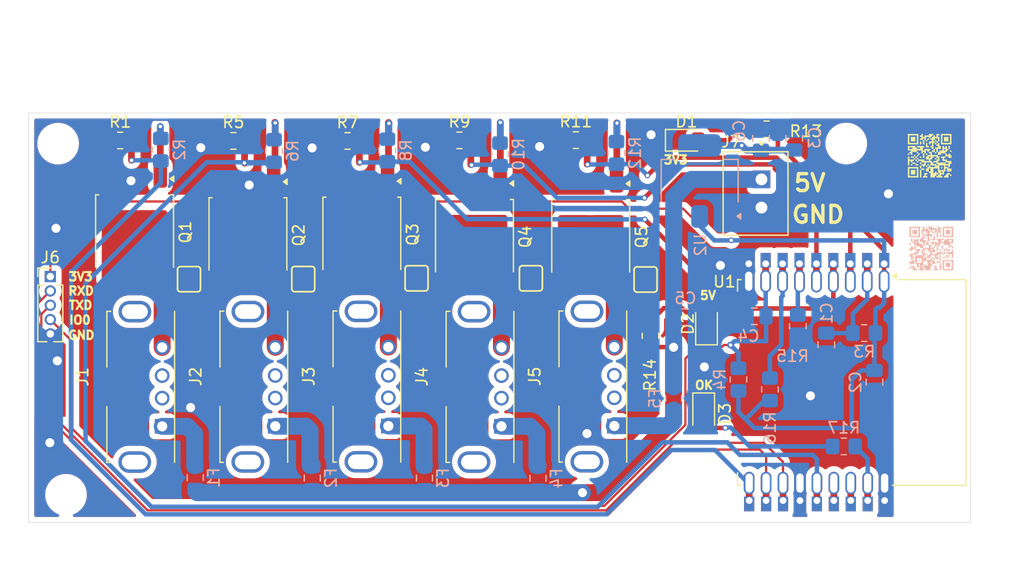
<source format=kicad_pcb>
(kicad_pcb (version 20240108) (generator "pcbnew") (generator_version "8.0")
  (layers (0 "F.Cu" signal) (31 "B.Cu" signal) (34 "B.Paste" user) (35 "F.Paste" user) (36 "B.SilkS" user "B.Silkscreen") (37 "F.SilkS" user "F.Silkscreen") (38 "B.Mask" user) (39 "F.Mask" user) (44 "Edge.Cuts" user))
  (net 0 "")
  (net 2 "5V")
  (net 3 "EN")
  (net 4 "3V3")
  (net 5 "GND")
  (net 10 "IO0")
  (net 11 "unconnected-(J2-D--Pad2)")
  (net 13 "GND1")
  (net 14 "unconnected-(J3-D+-Pad3)")
  (net 15 "GND2")
  (net 17 "unconnected-(J4-D+-Pad3)")
  (net 18 "unconnected-(J4-D--Pad2)")
  (net 19 "GND3")
  (net 21 "GND4")
  (net 22 "unconnected-(J5-D+-Pad3)")
  (net 24 "GND5")
  (net 26 "5V1")
  (net 27 "5V2")
  (net 28 "Net-(Q1-G)")
  (net 29 "Net-(Q2-G)")
  (net 30 "Net-(Q3-G)")
  (net 31 "Net-(Q4-G)")
  (net 32 "Net-(Q5-G)")
  (net 33 "IO4")
  (net 34 "IO5")
  (net 35 "IO12")
  (net 36 "IO13")
  (net 37 "IO14")
  (net 38 "unconnected-(U1-TOUT-Pad16)")
  (net 39 "TXD")
  (net 40 "unconnected-(U1-RST-Pad15)")
  (net 41 "RXD")
  (net 42 "5V3")
  (net 43 "5V4")
  (net 44 "5V5")
  (net 45 "Net-(D1-A)")
  (net 46 "Net-(D2-A)")
  (net 47 "Net-(D3-A)")
  (net 48 "IO15")
  (net 49 "IO2")
  (net 50 "IO16")
  (footprint "MountingHole:MountingHole_3.2mm_M3" (layer "F.Cu") (at 103.89 97.48)
    (property "Reference" "H3")
    (property "Value" "MountingHole")
  )
  (footprint "Symbols:SMT-JUMPER_2_NO_SILK" (layer "F.Cu") (at 114.79 78.36 -90)
    (property "Reference" "JP1")
    (property "Value" "~")
  )
  (footprint "MountingHole:MountingHole_3.2mm_M3" (layer "F.Cu") (at 173.02 66.33)
    (property "Reference" "H1")
    (property "Value" "MountingHole")
  )
  (footprint "Resistor_SMD:R_0805_2012Metric_Pad1.20x1.40mm_HandSolder" (layer "F.Cu") (at 118.72 66.1)
    (property "Reference" "R5")
    (property "Value" "10KOHM-0805-1_10W-1%")
  )
  (footprint "Resistor_SMD:R_0805_2012Metric_Pad1.20x1.40mm_HandSolder" (layer "F.Cu") (at 155.68 83.38 90)
    (property "Reference" "R14")
    (property "Value" "470OHM-0805-1_10W-1%")
  )
  (footprint "Symbols:QR" (layer "F.Cu") (at 180.41 67.41)
    (property "Reference" "G***" (hide yes))
    (property "Value" "LOGO" (hide yes))
  )
  (footprint "Symbols:JST_B2B-XH-A" (layer "F.Cu") (at 164.985 70.76 90)
    (property "Reference" "J7")
    (property "Value" "Power_In")
  )
  (footprint "LED_SMD:LED_0805_2012Metric_Pad1.15x1.40mm_HandSolder" (layer "F.Cu") (at 158.86 66.04)
    (property "Reference" "D1")
    (property "Value" "Blue")
  )
  (footprint "Symbols:SMT-JUMPER_2_NO_SILK" (layer "F.Cu") (at 134.95 78.2836 -90)
    (property "Reference" "JP3")
    (property "Value" "~")
  )
  (footprint "Package_TO_SOT_SMD:TO-252-2" (layer "F.Cu") (at 120.01 74.45 -90)
    (property "Reference" "Q2")
    (property "Value" "LMAK15N10")
  )
  (footprint "Resistor_SMD:R_0805_2012Metric_Pad1.20x1.40mm_HandSolder" (layer "F.Cu") (at 128.84 66.1)
    (property "Reference" "R7")
    (property "Value" "10KOHM-0805-1_10W-1%")
  )
  (footprint "Symbols:SMT-JUMPER_2_NO_SILK" (layer "F.Cu") (at 155.24 78.39 -90)
    (property "Reference" "JP5")
    (property "Value" "~")
  )
  (footprint "Symbols:USB_11_Aliexpress" (layer "F.Cu") (at 132.45 91.38 90)
    (property "Reference" "J3")
    (property "Value" "USB_A")
  )
  (footprint "Package_TO_SOT_SMD:TO-252-2" (layer "F.Cu") (at 140.08 74.6 -90)
    (property "Reference" "Q4")
    (property "Value" "LMAK15N10")
  )
  (footprint "Resistor_SMD:R_0805_2012Metric_Pad1.20x1.40mm_HandSolder" (layer "F.Cu") (at 149.06 66.03)
    (property "Reference" "R11")
    (property "Value" "10KOHM-0805-1_10W-1%")
  )
  (footprint "Resistor_SMD:R_0805_2012Metric_Pad1.20x1.40mm_HandSolder" (layer "F.Cu") (at 108.69 66.06)
    (property "Reference" "R1")
    (property "Value" "10KOHM-0805-1_10W-1%")
  )
  (footprint "Symbols:USB_11_Aliexpress" (layer "F.Cu") (at 152.47 91.38 90)
    (property "Reference" "J5")
    (property "Value" "USB_A")
  )
  (footprint "Connector_PinHeader_1.27mm:PinHeader_1x05_P1.27mm_Vertical" (layer "F.Cu") (at 102.5 78.13)
    (property "Reference" "J6")
    (property "Value" "IO")
  )
  (footprint "Symbols:SMT-JUMPER_2_NO_SILK" (layer "F.Cu") (at 124.91 78.35 -90)
    (property "Reference" "JP2")
    (property "Value" "~")
  )
  (footprint "Package_TO_SOT_SMD:TO-252-2" (layer "F.Cu") (at 150.38 74.62 -90)
    (property "Reference" "Q5")
    (property "Value" "LMAK15N10")
  )
  (footprint "MountingHole:MountingHole_3.2mm_M3" (layer "F.Cu") (at 103.19 66.34)
    (property "Reference" "H4")
    (property "Value" "MountingHole")
  )
  (footprint "Symbols:SMT-JUMPER_2_NO_SILK" (layer "F.Cu") (at 145.08 78.2836 -90)
    (property "Reference" "JP4")
    (property "Value" "~")
  )
  (footprint "Resistor_SMD:R_0805_2012Metric_Pad1.20x1.40mm_HandSolder" (layer "F.Cu") (at 138.75 66.05)
    (property "Reference" "R9")
    (property "Value" "10KOHM-0805-1_10W-1%")
  )
  (footprint "LED_SMD:LED_0805_2012Metric_Pad1.15x1.40mm_HandSolder" (layer "F.Cu") (at 160.64 82.3175 90)
    (property "Reference" "D2")
    (property "Value" "Green")
  )
  (footprint "Resistor_SMD:R_0805_2012Metric_Pad1.20x1.40mm_HandSolder" (layer "F.Cu") (at 165.96 65.07 180)
    (property "Reference" "R13")
    (property "Value" "68OHM-0805-1_10W-1%")
  )
  (footprint "Symbols:ESP-WROOM-02-Flexy" (layer "F.Cu") (at 170.41 87.52 -90)
    (property "Reference" "U1")
    (property "Value" "ESP-WROOM-02")
  )
  (footprint "Symbols:USB_11_Aliexpress" (layer "F.Cu") (at 112.41 91.41 90)
    (property "Reference" "J1")
    (property "Value" "USB_A")
  )
  (footprint "Package_TO_SOT_SMD:TO-252-2" (layer "F.Cu") (at 109.965 74.185 -90)
    (property "Reference" "Q1")
    (property "Value" "LMAK15N10")
  )
  (footprint "MountingHole:MountingHole_3.2mm_M3" (layer "F.Cu") (at 159.01 97.44)
    (property "Reference" "H2")
    (property "Value" "MountingHole")
  )
  (footprint "Package_TO_SOT_SMD:TO-252-2" (layer "F.Cu") (at 130.1 74.4 -90)
    (property "Reference" "Q3")
    (property "Value" "LMAK15N10")
  )
  (footprint "LED_SMD:LED_0805_2012Metric_Pad1.15x1.40mm_HandSolder" (layer "F.Cu") (at 160.39 90.31 -90)
    (property "Reference" "D3")
    (property "Value" "Red")
  )
  (footprint "Symbols:USB_11_Aliexpress" (layer "F.Cu") (at 122.43 91.4 90)
    (property "Reference" "J2")
    (property "Value" "USB_A")
  )
  (footprint "Symbols:USB_11_Aliexpress" (layer "F.Cu") (at 142.47 91.41 90)
    (property "Reference" "J4")
    (property "Value" "USB_A")
  )
  (footprint "Resistor_SMD:R_0805_2012Metric_Pad1.20x1.40mm_HandSolder" (layer "B.Cu") (at 142.34 67.29 90)
    (property "Reference" "R10")
    (property "Value" "100R")
  )
  (footprint "Fuse:Fuse_0805_2012Metric_Pad1.15x1.40mm_HandSolder" (layer "B.Cu") (at 115.34 95.97 90)
    (property "Reference" "F1")
    (property "Value" "JK-SMD0805-020-30V")
  )
  (footprint "Resistor_SMD:R_0805_2012Metric_Pad1.20x1.40mm_HandSolder" (layer "B.Cu") (at 168.73 82.53 -90)
    (property "Reference" "R15")
    (property "Value" "10KOHM-0805-1_10W-1%")
  )
  (footprint "Capacitor_SMD:C_0805_2012Metric_Pad1.18x1.45mm_HandSolder" (layer "B.Cu") (at 168.41 65.87 90)
    (property "Reference" "C3")
    (property "Value" "0.1UF-0805-25V-_+80_-20%_")
  )
  (footprint "Symbols:QR" (layer "B.Cu") (at 180.56 75.64 180)
    (property "Reference" "G***" (hide yes))
    (property "Value" "LOGO" (hide yes))
  )
  (footprint "Fuse:Fuse_0805_2012Metric_Pad1.15x1.40mm_HandSolder" (layer "B.Cu") (at 135.65 95.99 90)
    (property "Reference" "F3")
    (property "Value" "JK-SMD0805-020-30V")
  )
  (footprint "Resistor_SMD:R_0805_2012Metric_Pad1.20x1.40mm_HandSolder" (layer "B.Cu") (at 174.61 83.14)
    (property "Reference" "R3")
    (property "Value" "10KOHM-0805-1_10W-1%")
  )
  (footprint "Resistor_SMD:R_0805_2012Metric_Pad1.20x1.40mm_HandSolder" (layer "B.Cu") (at 132.36 66.94 90)
    (property "Reference" "R8")
    (property "Value" "100R")
  )
  (footprint "Resistor_SMD:R_0805_2012Metric_Pad1.20x1.40mm_HandSolder" (layer "B.Cu") (at 163.47 87.26 -90)
    (property "Reference" "R4")
    (property "Value" "10KOHM-0805-1_10W-1%")
  )
  (footprint "Capacitor_SMD:C_0805_2012Metric_Pad1.18x1.45mm_HandSolder" (layer "B.Cu") (at 165.47 65.88 90)
    (property "Reference" "C6")
    (property "Value" "0.1UF-0805-25V-_+80_-20%_")
  )
  (footprint "Capacitor_SMD:C_0805_2012Metric_Pad1.18x1.45mm_HandSolder" (layer "B.Cu") (at 171.25 84.18 -90)
    (property "Reference" "C1")
    (property "Value" "0.1UF-0805-25V-_+80_-20%_")
  )
  (footprint "Resistor_SMD:R_0805_2012Metric_Pad1.20x1.40mm_HandSolder" (layer "B.Cu") (at 152.66 67.16 90)
    (property "Reference" "R12")
    (property "Value" "100R")
  )
  (footprint "Package_TO_SOT_SMD:SOT-223-3_TabPin2" (layer "B.Cu") (at 160.0325 69.65 90)
    (property "Reference" "U2")
    (property "Value" "AMS1117-3.3")
  )
  (footprint "Resistor_SMD:R_0805_2012Metric_Pad1.20x1.40mm_HandSolder" (layer "B.Cu") (at 112.29 66.88 90)
    (property "Reference" "R2")
    (property "Value" "100R")
  )
  (footprint "Capacitor_SMD:C_0805_2012Metric_Pad1.18x1.45mm_HandSolder" (layer "B.Cu") (at 158.77 81.73 180)
    (property "Reference" "C5")
    (property "Value" "10UF-0805-16V-10%")
  )
  (footprint "Resistor_SMD:R_0805_2012Metric_Pad1.20x1.40mm_HandSolder" (layer "B.Cu") (at 172.81 93.19 180)
    (property "Reference" "R17")
    (property "Value" "68OHM-0805-1_10W-1%")
  )
  (footprint "Fuse:Fuse_0805_2012Metric_Pad1.15x1.40mm_HandSolder" (layer "B.Cu") (at 125.71 95.99 90)
    (property "Reference" "F2")
    (property "Value" "JK-SMD0805-020-30V")
  )
  (footprint "Resistor_SMD:R_0805_2012Metric_Pad1.20x1.40mm_HandSolder" (layer "B.Cu") (at 122.32 66.99 90)
    (property "Reference" "R6")
    (property "Value" "100R")
  )
  (footprint "Capacitor_SMD:C_0805_2012Metric_Pad1.18x1.45mm_HandSolder" (layer "B.Cu") (at 164.88 81.65 180)
    (property "Reference" "C4")
    (property "Value" "0.1UF-0805-25V-_+80_-20%_")
  )
  (footprint "Capacitor_SMD:C_0805_2012Metric_Pad1.18x1.45mm_HandSolder" (layer "B.Cu") (at 175.52 87.49 -90)
    (property "Reference" "C2")
    (property "Value" "10UF-0805-16V-10%")
  )
  (footprint "Fuse:Fuse_0805_2012Metric_Pad1.15x1.40mm_HandSolder" (layer "B.Cu") (at 157.73 88.94 -90)
    (property "Reference" "F5")
    (property "Value" "JK-SMD0805-020-30V")
  )
  (footprint "Resistor_SMD:R_0805_2012Metric_Pad1.20x1.40mm_HandSolder" (layer "B.Cu") (at 166.26 88.13 -90)
    (property "Reference" "R16")
    (property "Value" "10KOHM-0805-1_10W-1%")
  )
  (footprint "Fuse:Fuse_0805_2012Metric_Pad1.15x1.40mm_HandSolder" (layer "B.Cu") (at 145.71 96.02 90)
    (property "Reference" "F4")
    (property "Value" "JK-SMD0805-020-30V")
  )
  (gr_rect (start 100.58 63.62) (end 184.03 99.94) (stroke (width 0.05)) (fill none) (layer "Edge.Cuts"))
  (gr_text "OK" (at 159.53 88.2 0) (layer "F.SilkS") (effects (font (size 0.75 0.75) (thickness 0.1875) (bold yes)) (justify left bottom)))
  (gr_text "RXD" (at 104 79.84 0) (layer "F.SilkS") (effects (font (size 0.75 0.75) (thickness 0.1875) (bold yes)) (justify left bottom)))
  (gr_text "3V3" (at 156.76 68.22 -0) (layer "F.SilkS") (effects (font (size 0.75 0.75) (thickness 0.1875) (bold yes)) (justify left bottom)))
  (gr_text "3V3" (at 104.03 78.58 -0) (layer "F.SilkS") (effects (font (size 0.75 0.75) (thickness 0.1875) (bold yes)) (justify left bottom)))
  (gr_text "GND" (at 168.04 73.51 -0) (layer "F.SilkS") (effects (font (size 1.5 1.5) (thickness 0.3) (bold yes)) (justify left bottom)))
  (gr_text "5V" (at 159.97 80.24 0) (layer "F.SilkS") (effects (font (size 0.75 0.75) (thickness 0.1875) (bold yes)) (justify left bottom)))
  (gr_text "5V" (at 168.24 70.7 -0) (layer "F.SilkS") (effects (font (size 1.5 1.5) (thickness 0.3) (bold yes)) (justify left bottom)))
  (gr_text "GND" (at 103.98 83.77 0) (layer "F.SilkS") (effects (font (size 0.75 0.75) (thickness 0.1875) (bold yes)) (justify left bottom)))
  (gr_text "IO0" (at 104.07 82.42 0) (layer "F.SilkS") (effects (font (size 0.75 0.75) (thickness 0.1875) (bold yes)) (justify left bottom)))
  (gr_text "TXD" (at 104.04 81.11 0) (layer "F.SilkS") (effects (font (size 0.75 0.75) (thickness 0.1875) (bold yes)) (justify left bottom)))
  (segment (start 151.27 97.29) (end 157.72 90.84) (width 1.5) (layer "F.Cu") (net 2))
  (segment (start 155.68 84.38) (end 157.7 84.38) (width 0.4) (layer "F.Cu") (net 2))
  (segment (start 158.11 84.01) (end 157.72 84.4) (width 0.4) (layer "F.Cu") (net 2))
  (segment (start 157.72 90.84) (end 157.72 84.4) (width 1.5) (layer "F.Cu") (net 2))
  (segment (start 149.65 97.29) (end 151.27 97.29) (width 1.5) (layer "F.Cu") (net 2))
  (segment (start 157.7 84.38) (end 157.72 84.4) (width 0.4) (layer "F.Cu") (net 2))
  (via (at 157.72 84.4) (size 1) (drill 0.8) (layers "F.Cu" "B.Cu") (net 2))
  (via (at 149.65 97.29) (size 1) (drill 0.8) (layers "F.Cu" "B.Cu") (net 2))
  (segment (start 157.7325 84.3875) (end 157.72 84.4) (width 1.5) (layer "B.Cu") (net 2))
  (segment (start 157.7325 71.0875) (end 159.31 69.51) (width 1.5) (layer "B.Cu") (net 2))
  (segment (start 157.7325 74.79) (end 157.7325 72.8) (width 1.5) (layer "B.Cu") (net 2))
  (segment (start 149.65 97.29) (end 115.475 97.29) (width 1.5) (layer "B.Cu") (net 2))
  (segment (start 157.73 84.41) (end 157.73 87.915) (width 1.5) (layer "B.Cu") (net 2))
  (segment (start 157.7325 81.73) (end 157.7325 74.79) (width 1.5) (layer "B.Cu") (net 2))
  (segment (start 157.72 84.4) (end 157.73 84.41) (width 1.5) (layer "B.Cu") (net 2))
  (segment (start 157.7325 74.79) (end 157.7325 71.0875) (width 1.5) (layer "B.Cu") (net 2))
  (segment (start 157.7325 81.73) (end 157.7325 84.3875) (width 1.5) (layer "B.Cu") (net 2))
  (segment (start 159.31 69.51) (end 165.51 69.51) (width 1.5) (layer "B.Cu") (net 2))
  (segment (start 174.88 76.99) (end 174.88 78.54) (width 0.6) (layer "F.Cu") (net 3))
  (segment (start 174.88 78.54) (end 174.88 80.14) (width 0.4) (layer "B.Cu") (net 3))
  (segment (start 173.61 81.41) (end 173.61 83.14) (width 0.4) (layer "B.Cu") (net 3))
  (segment (start 173.6075 83.1425) (end 173.61 83.14) (width 0.4) (layer "B.Cu") (net 3))
  (segment (start 171.25 83.1425) (end 173.6075 83.1425) (width 0.4) (layer "B.Cu") (net 3))
  (segment (start 174.88 80.14) (end 173.61 81.41) (width 0.4) (layer "B.Cu") (net 3))
  (segment (start 173.3025 82.8325) (end 173.61 83.14) (width 0.4) (layer "B.Cu") (net 3))
  (segment (start 167.51 66.93) (end 166.95 66.93) (width 0.4) (layer "F.Cu") (net 4))
  (segment (start 107.3 71.47) (end 153.13 71.47) (width 0.2) (layer "F.Cu") (net 4))
  (segment (start 102.5 76.27) (end 107.3 71.47) (width 0.2) (layer "F.Cu") (net 4))
  (segment (start 176.38 76.99) (end 176.38 75.8) (width 0.4) (layer "F.Cu") (net 4))
  (segment (start 176.38 75.8) (end 167.51 66.93) (width 0.4) (layer "F.Cu") (net 4))
  (segment (start 166.96 66.92) (end 166.95 66.93) (width 0.4) (layer "F.Cu") (net 4))
  (segment (start 153.77 72.11) (end 158.57 72.11) (width 0.2) (layer "F.Cu") (net 4))
  (segment (start 161.37 74.91) (end 162.83 74.91) (width 0.2) (layer "F.Cu") (net 4))
  (segment (start 158.57 72.11) (end 161.37 74.91) (width 0.2) (layer "F.Cu") (net 4))
  (segment (start 164.19 66.93) (end 163.76 66.5) (width 0.4) (layer "F.Cu") (net 4))
  (segment (start 166.95 66.93) (end 164.19 66.93) (width 0.4) (layer "F.Cu") (net 4))
  (segment (start 102.5 78.13) (end 102.5 76.27) (width 0.2) (layer "F.Cu") (net 4))
  (segment (start 166.96 65.07) (end 166.96 66.92) (width 0.4) (layer "F.Cu") (net 4))
  (segment (start 153.13 71.47) (end 153.77 72.11) (width 0.2) (layer "F.Cu") (net 4))
  (segment (start 176.38 76.99) (end 176.38 78.54) (width 0.4) (layer "F.Cu") (net 4))
  (via (at 163.76 66.5) (size 0.5) (drill 0.3) (layers "F.Cu" "B.Cu") (net 4))
  (via (at 162.83 74.91) (size 0.5) (drill 0.3) (layers "F.Cu" "B.Cu") (net 4))
  (segment (start 176.38 75.04) (end 176.38 76.99) (width 0.4) (layer "B.Cu") (net 4))
  (segment (start 166.26 89.13) (end 165.75 89.13) (width 0.4) (layer "B.Cu") (net 4))
  (segment (start 173.5 87.28) (end 173.5 91.54) (width 0.4) (layer "B.Cu") (net 4))
  (segment (start 162.84 74.92) (end 176.26 74.92) (width 0.4) (layer "B.Cu") (net 4))
  (segment (start 165.75 89.13) (end 164.105 90.775) (width 0.4) (layer "B.Cu") (net 4))
  (segment (start 175.52 86.4525) (end 175.52 83.23) (width 0.4) (layer "B.Cu") (net 4))
  (segment (start 175.52 86.4525) (end 174.3275 86.4525) (width 0.4) (layer "B.Cu") (net 4))
  (segment (start 175.96 80.9) (end 176.38 80.48) (width 0.4) (layer "B.Cu") (net 4))
  (segment (start 173.48 91.56) (end 164.89 91.56) (width 0.4) (layer "B.Cu") (net 4))
  (segment (start 175.74 80.9) (end 175.96 80.9) (width 0.4) (layer "B.Cu") (net 4))
  (segment (start 163.47 90.14) (end 163.47 88.26) (width 0.4) (layer "B.Cu") (net 4))
  (segment (start 175.61 83.14) (end 175.61 81.03) (width 0.4) (layer "B.Cu") (net 4))
  (segment (start 168.41 66.9075) (end 165.48 66.9075) (width 0.6) (layer "B.Cu") (net 4))
  (segment (start 161.33 74.92) (end 162.82 74.92) (width 0.4) (layer "B.Cu") (net 4))
  (segment (start 162.82 74.92) (end 162.83 74.91) (width 0.4) (layer "B.Cu") (net 4))
  (segment (start 176.26 74.92) (end 176.38 75.04) (width 0.4) (layer "B.Cu") (net 4))
  (segment (start 164.89 91.56) (end 164.105 90.775) (width 0.4) (layer "B.Cu") (net 4))
  (segment (start 164.105 90.775) (end 163.47 90.14) (width 0.4) (layer "B.Cu") (net 4))
  (segment (start 175.52 83.23) (end 175.61 83.14) (width 0.4) (layer "B.Cu") (net 4))
  (segment (start 162.83 74.91) (end 162.84 74.92) (width 0.4) (layer "B.Cu") (net 4))
  (segment (start 173.5 91.54) (end 173.48 91.56) (width 0.4) (layer "B.Cu") (net 4))
  (segment (start 174.3275 86.4525) (end 173.5 87.28) (width 0.4) (layer "B.Cu") (net 4))
  (segment (start 163.76 66.5) (end 164.1775 66.9175) (width 0.6) (layer "B.Cu") (net 4))
  (segment (start 175.61 81.03) (end 175.74 80.9) (width 0.4) (layer "B.Cu") (net 4))
  (segment (start 165.48 66.9075) (end 165.47 66.9175) (width 0.6) (layer "B.Cu") (net 4))
  (segment (start 160.0325 73.6225) (end 161.33 74.92) (width 0.4) (layer "B.Cu") (net 4))
  (segment (start 176.38 80.48) (end 176.38 78.54) (width 0.4) (layer "B.Cu") (net 4))
  (segment (start 163.76 66.5) (end 160.0325 66.5) (width 0.6) (layer "B.Cu") (net 4))
  (segment (start 160.0325 72.8) (end 160.0325 73.6225) (width 0.4) (layer "B.Cu") (net 4))
  (segment (start 164.1775 66.9175) (end 165.47 66.9175) (width 0.6) (layer "B.Cu") (net 4))
  (segment (start 111.53 64.23) (end 112.99 64.23) (width 0.2) (layer "F.Cu") (net 5))
  (via (at 161.87 77.14) (size 1) (drill 0.8) (layers "F.Cu" "B.Cu") (net 5))
  (via (at 109.65 69.63) (size 1) (drill 0.8) (layers "F.Cu" "B.Cu") (net 5))
  (via (at 103 73.85) (size 1) (drill 0.8) (layers "F.Cu" "B.Cu") (net 5))
  (via (at 155.73 65.55) (size 1) (drill 0.8) (layers "F.Cu" "B.Cu") (net 5))
  (via (at 169.85 88.7) (size 1) (drill 0.8) (layers "F.Cu" "B.Cu") (net 5))
  (via (at 135.73 66.66) (size 1) (drill 0.8) (layers "F.Cu" "B.Cu") (net 5))
  (via (at 103.12 85.6) (size 1) (drill 0.8) (layers "F.Cu" "B.Cu") (net 5))
  (via (at 150.05 92.05) (size 1) (drill 0.8) (layers "F.Cu" "B.Cu") (net 5))
  (via (at 115.83 66.7) (size 1) (drill 0.8) (layers "F.Cu" "B.Cu") (net 5))
  (via (at 120.12 70.01) (size 1) (drill 0.8) (layers "F.Cu" "B.Cu") (net 5))
  (via (at 114.93 89.74) (size 1) (drill 0.8) (layers "F.Cu" "B.Cu") (net 5))
  (via (at 125.7 66.72) (size 1) (drill 0.8) (layers "F.Cu" "B.Cu") (net 5))
  (via (at 160.45 86.14) (size 1) (drill 0.8) (layers "F.Cu" "B.Cu") (net 5))
  (via (at 145.85 66.6) (size 1) (drill 0.8) (layers "F.Cu" "B.Cu") (net 5))
  (via (at 176.76 70.79) (size 1) (drill 0.8) (layers "F.Cu" "B.Cu") (net 5))
  (via (at 102.46 92.86) (size 1) (drill 0.8) (layers "F.Cu" "B.Cu") (net 5))
  (segment (start 176.42 96.44) (end 176.42 97.99) (width 0.6) (layer "B.Cu") (net 5))
  (segment (start 176.42 92.27) (end 175.52 91.37) (width 0.6) (layer "B.Cu") (net 5))
  (segment (start 168.92 96.44) (end 168.92 97.99) (width 0.6) (layer "B.Cu") (net 5))
  (segment (start 175.52 91.37) (end 175.52 88.5275) (width 0.6) (layer "B.Cu") (net 5))
  (segment (start 176.42 96.44) (end 176.42 92.27) (width 0.6) (layer "B.Cu") (net 5))
  (segment (start 164.38 76.99) (end 164.38 78.54) (width 0.6) (layer "B.Cu") (net 5))
  (segment (start 164.72 72.8) (end 165.51 72.01) (width 1.5) (layer "B.Cu") (net 5))
  (segment (start 162.3325 72.8) (end 164.72 72.8) (width 1.5) (layer "B.Cu") (net 5))
  (segment (start 113.16 64.22) (end 111.41 64.22) (width 0.2) (layer "B.Cu") (net 5))
  (segment (start 104.46 83.9) (end 104.46 91.64) (width 0.2) (layer "F.Cu") (net 10))
  (segment (start 161.72 84.65) (end 162.17 84.2) (width 0.2) (layer "F.Cu") (net 10))
  (segment (start 102.5 81.94) (end 104.46 83.9) (width 0.2) (layer "F.Cu") (net 10))
  (segment (start 111.28 98.46) (end 151.584924 98.46) (width 0.2) (layer "F.Cu") (net 10))
  (segment (start 162.17 84.2) (end 162.77 84.2) (width 0.2) (layer "F.Cu") (net 10))
  (segment (start 104.46 91.64) (end 111.28 98.46) (width 0.2) (layer "F.Cu") (net 10))
  (segment (start 158.77 91.274924) (end 158.77 85.4) (width 0.2) (layer "F.Cu") (net 10))
  (segment (start 159.52 84.65) (end 161.72 84.65) (width 0.2) (layer "F.Cu") (net 10))
  (segment (start 165.88 76.99) (end 165.88 78.54) (width 0.6) (layer "F.Cu") (net 10))
  (segment (start 158.77 85.4) (end 159.52 84.65) (width 0.2) (layer "F.Cu") (net 10))
  (segment (start 151.584924 98.46) (end 158.77 91.274924) (width 0.2) (layer "F.Cu") (net 10))
  (via (at 162.77 84.2) (size 0.6) (drill 0.3) (layers "F.Cu" "B.Cu") (net 10))
  (segment (start 165.9175 81.65) (end 165.9175 83.8525) (width 0.4) (layer "B.Cu") (net 10))
  (segment (start 163.47 84.9) (end 162.77 84.2) (width 0.4) (layer "B.Cu") (net 10))
  (segment (start 165.88 78.54) (end 165.88 81.6125) (width 0.4) (layer "B.Cu") (net 10))
  (segment (start 165.88 81.6125) (end 165.9175 81.65) (width 0.4) (layer "B.Cu") (net 10))
  (segment (start 165.9175 83.8525) (end 163.1175 83.8525) (width 0.4) (layer "B.Cu") (net 10))
  (segment (start 165.9275 78.5875) (end 165.88 78.54) (width 0.4) (layer "B.Cu") (net 10))
  (segment (start 163.1175 83.8525) (end 162.77 84.2) (width 0.4) (layer "B.Cu") (net 10))
  (segment (start 163.47 86.26) (end 163.47 84.9) (width 0.4) (layer "B.Cu") (net 10))
  (segment (start 122.45 88.88) (end 122.43 88.9) (width 1) (layer "F.Cu") (net 11))
  (segment (start 112.41 78.04) (end 111.49 77.12) (width 1) (layer "F.Cu") (net 13))
  (segment (start 113.9611 77.12) (end 114.79 77.9489) (width 0.6) (layer "F.Cu") (net 13))
  (segment (start 111.49 77.12) (end 113.9611 77.12) (width 0.6) (layer "F.Cu") (net 13))
  (segment (start 112.41 84.41) (end 112.41 78.04) (width 1.5) (layer "F.Cu") (net 13))
  (segment (start 132.43 86.9) (end 132.45 86.88) (width 1) (layer "F.Cu") (net 14))
  (segment (start 122.43 78.28) (end 121.535 77.385) (width 1) (layer "F.Cu") (net 15))
  (segment (start 121.535 77.385) (end 124.3561 77.385) (width 0.6) (layer "F.Cu") (net 15))
  (segment (start 124.3561 77.385) (end 124.91 77.9389) (width 0.6) (layer "F.Cu") (net 15))
  (segment (start 122.43 84.4) (end 122.43 78.28) (width 1.5) (layer "F.Cu") (net 15))
  (segment (start 142.44 86.88) (end 142.47 86.91) (width 1) (layer "F.Cu") (net 17))
  (segment (start 142.5 88.88) (end 142.47 88.91) (width 1) (layer "F.Cu") (net 18))
  (segment (start 132.45 78.16) (end 131.625 77.335) (width 1) (layer "F.Cu") (net 19))
  (segment (start 131.625 77.335) (end 134.4125 77.335) (width 0.6) (layer "F.Cu") (net 19))
  (segment (start 132.45 84.38) (end 132.45 78.16) (width 1.5) (layer "F.Cu") (net 19))
  (segment (start 134.4125 77.335) (end 134.95 77.8725) (width 0.6) (layer "F.Cu") (net 19))
  (segment (start 141.605 77.535) (end 144.7425 77.535) (width 0.6) (layer "F.Cu") (net 21))
  (segment (start 142.47 84.41) (end 142.47 78.4) (width 1.5) (layer "F.Cu") (net 21))
  (segment (start 144.7425 77.535) (end 145.08 77.8725) (width 0.6) (layer "F.Cu") (net 21))
  (segment (start 142.47 78.4) (end 141.605 77.535) (width 1) (layer "F.Cu") (net 21))
  (segment (start 152.44 86.91) (end 152.47 86.88) (width 1) (layer "F.Cu") (net 22))
  (segment (start 152.47 84.38) (end 152.47 78.12) (width 1.5) (layer "F.Cu") (net 24))
  (segment (start 151.905 77.555) (end 154.8161 77.555) (width 0.6) (layer "F.Cu") (net 24))
  (segment (start 154.8161 77.555) (end 155.24 77.9789) (width 0.6) (layer "F.Cu") (net 24))
  (segment (start 152.47 78.12) (end 151.905 77.555) (width 1) (layer "F.Cu") (net 24))
  (segment (start 115.29 94.89) (end 115.34 94.89) (width 1.5) (layer "B.Cu") (net 26))
  (segment (start 115.29 92.08) (end 115.29 94.89) (width 1.5) (layer "B.Cu") (net 26))
  (segment (start 115.29 92.08) (end 114.62 91.41) (width 1.5) (layer "B.Cu") (net 26))
  (segment (start 114.62 91.41) (end 112.41 91.41) (width 1.5) (layer "B.Cu") (net 26))
  (segment (start 125.54 94.89) (end 125.71 94.89) (width 1.5) (layer "B.Cu") (net 27))
  (segment (start 125.52 91.78) (end 125.14 91.4) (width 1.5) (layer "B.Cu") (net 27))
  (segment (start 125.52 94.87) (end 125.54 94.89) (width 1.5) (layer "B.Cu") (net 27))
  (segment (start 125.52 91.78) (end 125.52 94.87) (width 1.5) (layer "B.Cu") (net 27))
  (segment (start 125.14 91.4) (end 122.43 91.4) (width 1.5) (layer "B.Cu") (net 27))
  (segment (start 112.245 64.82) (end 112.245 69.145) (width 0.6) (layer "F.Cu") (net 28))
  (via (at 112.245 64.82) (size 0.5) (drill 0.3) (layers "F.Cu" "B.Cu") (net 28))
  (segment (start 112.245 64.82) (end 112.245 65.835) (width 0.6) (layer "B.Cu") (net 28))
  (segment (start 112.245 65.835) (end 112.29 65.88) (width 0.6) (layer "B.Cu") (net 28))
  (segment (start 122.39 64.46) (end 122.405 64.445) (width 0.6) (layer "F.Cu") (net 29))
  (segment (start 122.39 69.13) (end 122.43 64.5) (width 0.6) (layer "F.Cu") (net 29))
  (segment (start 122.43 64.5) (end 122.39 64.46) (width 0.6) (layer "F.Cu") (net 29))
  (via (at 122.43 64.5) (size 0.5) (drill 0.3) (layers "F.Cu" "B.Cu") (net 29))
  (segment (start 122.43 65.88) (end 122.32 65.99) (width 0.6) (layer "B.Cu") (net 29))
  (segment (start 122.43 64.5) (end 122.43 65.88) (width 0.6) (layer "B.Cu") (net 29))
  (segment (start 132.5 64.54) (end 132.46 64.5) (width 0.6) (layer "F.Cu") (net 30))
  (segment (start 132.46 69.15) (end 132.46 64.58) (width 0.6) (layer "F.Cu") (net 30))
  (segment (start 132.46 64.5) (end 132.46 64.48) (width 0.6) (layer "F.Cu") (net 30))
  (segment (start 132.46 64.58) (end 132.5 64.54) (width 0.6) (layer "F.Cu") (net 30))
  (segment (start 132.46 64.48) (end 132.475 64.465) (width 0.6) (layer "F.Cu") (net 30))
  (via (at 132.5 64.54) (size 0.5) (drill 0.3) (layers "F.Cu" "B.Cu") (net 30))
  (segment (start 132.5 65.8) (end 132.36 65.94) (width 0.6) (layer "B.Cu") (net 30))
  (segment (start 132.5 64.54) (end 132.5 65.8) (width 0.6) (layer "B.Cu") (net 30))
  (segment (start 142.37 69.09) (end 142.37 64.46) (width 0.6) (layer "F.Cu") (net 31))
  (via (at 142.37 64.46) (size 0.5) (drill 0.3) (layers "F.Cu" "B.Cu") (net 31))
  (segment (start 142.37 66.26) (end 142.34 66.29) (width 0.6) (layer "B.Cu") (net 31))
  (segment (start 142.37 64.46) (end 142.37 66.26) (width 0.6) (layer "B.Cu") (net 31))
  (segment (start 152.71 64.52) (end 152.69 64.5) (width 0.6) (layer "F.Cu") (net 32))
  (segment (start 152.69 64.54) (end 152.71 64.52) (width 0.6) (layer "F.Cu") (net 32))
  (segment (start 152.69 69.09) (end 152.69 64.54) (width 0.6) (layer "F.Cu") (net 32))
  (via (at 152.71 64.52) (size 0.5) (drill 0.3) (layers "F.Cu" "B.Cu") (net 32))
  (segment (start 152.71 66.11) (end 152.66 66.16) (width 0.6) (layer "B.Cu") (net 32))
  (segment (start 152.71 64.52) (end 152.71 66.11) (width 0.6) (layer "B.Cu") (net 32))
  (segment (start 109.69 67.86) (end 109.7 67.87) (width 0.4) (layer "F.Cu") (net 33))
  (segment (start 109.7 67.82) (end 109.69 67.83) (width 0.4) (layer "F.Cu") (net 33))
  (segment (start 109.69 67.81) (end 109.7 67.82) (width 0.4) (layer "F.Cu") (net 33))
  (segment (start 164.42 97.99) (end 164.42 96.44) (width 0.6) (layer "F.Cu") (net 33))
  (segment (start 109.69 67.83) (end 109.69 67.86) (width 0.4) (layer "F.Cu") (net 33))
  (segment (start 109.69 66.06) (end 109.69 67.81) (width 0.6) (layer "F.Cu") (net 33))
  (via (at 109.7 67.82) (size 0.5) (drill 0.3) (layers "F.Cu" "B.Cu") (net 33))
  (segment (start 157.48 93.51) (end 161.39 93.51) (width 0.4) (layer "B.Cu") (net 33))
  (segment (start 112.29 67.88) (end 112.29 69.79) (width 0.4) (layer "B.Cu") (net 33))
  (segment (start 161.39 93.51) (end 164.32 96.44) (width 0.4) (layer "B.Cu") (net 33))
  (segment (start 110.95 99.21) (end 151.78 99.21) (width 0.4) (layer "B.Cu") (net 33))
  (segment (start 104.33 77.75) (end 104.33 92.59) (width 0.4) (layer "B.Cu") (net 33))
  (segment (start 151.78 99.21) (end 157.48 93.51) (width 0.4) (layer "B.Cu") (net 33))
  (segment (start 104.33 92.59) (end 110.95 99.21) (width 0.4) (layer "B.Cu") (net 33))
  (segment (start 112.23 67.82) (end 112.29 67.88) (width 0.4) (layer "B.Cu") (net 33))
  (segment (start 112.29 69.79) (end 104.33 77.75) (width 0.4) (layer "B.Cu") (net 33))
  (segment (start 164.32 96.44) (end 164.42 96.44) (width 0.4) (layer "B.Cu") (net 33))
  (segment (start 109.7 67.82) (end 112.23 67.82) (width 0.4) (layer "B.Cu") (net 33))
  (segment (start 119.7 68.05) (end 119.736479 68.075107) (width 0.6) (layer "F.Cu") (net 34))
  (segment (start 170.42 97.99) (end 170.42 96.44) (width 0.6) (layer "F.Cu") (net 34))
  (segment (start 119.736479 66.325107) (end 119.7 68.05) (width 0.6) (layer "F.Cu") (net 34))
  (via (at 119.7 68.05) (size 0.5) (drill 0.3) (layers "F.Cu" "B.Cu") (net 34))
  (segment (start 122.32 67.99) (end 116.36 67.99) (width 0.4) (layer "B.Cu") (net 34))
  (segment (start 119.746479 68.085107) (end 122.276479 68.085107) (width 0.4) (layer "B.Cu") (net 34))
  (segment (start 111.45 98.54) (end 151.01 98.54) (width 0.4) (layer "B.Cu") (net 34))
  (segment (start 151.01 98.54) (end 156.72 92.83) (width 0.4) (layer "B.Cu") (net 34))
  (segment (start 116.36 67.99) (end 105.62 78.73) (width 0.4) (layer "B.Cu") (net 34))
  (segment (start 170.05 93.94) (end 170.42 94.31) (width 0.4) (layer "B.Cu") (net 34))
  (segment (start 163.59 93.94) (end 170.05 93.94) (width 0.4) (layer "B.Cu") (net 34))
  (segment (start 105.62 78.73) (end 105.62 92.71) (width 0.4) (layer "B.Cu") (net 34))
  (segment (start 170.42 94.31) (end 170.42 96.44) (width 0.4) (layer "B.Cu") (net 34))
  (segment (start 162.48 92.83) (end 163.59 93.94) (width 0.4) (layer "B.Cu") (net 34))
  (segment (start 156.72 92.83) (end 162.48 92.83) (width 0.4) (layer "B.Cu") (net 34))
  (segment (start 105.62 92.71) (end 111.45 98.54) (width 0.4) (layer "B.Cu") (net 34))
  (segment (start 163.07 80.96) (end 171.47 80.96) (width 0.4) (layer "F.Cu") (net 35))
  (segment (start 129.885 66.25) (end 129.885 68) (width 0.6) (layer "F.Cu") (net 35))
  (segment (start 171.88 80.55) (end 171.88 78.54) (width 0.4) (layer "F.Cu") (net 35))
  (segment (start 171.88 76.99) (end 171.88 78.54) (width 0.6) (layer "F.Cu") (net 35))
  (segment (start 171.47 80.96) (end 171.88 80.55) (width 0.4) (layer "F.Cu") (net 35))
  (segment (start 155.17 73.06) (end 163.07 80.96) (width 0.4) (layer "F.Cu") (net 35))
  (via (at 129.93 67.99) (size 0.5) (drill 0.3) (layers "F.Cu" "B.Cu") (net 35))
  (via (at 155.17 73.06) (size 0.5) (drill 0.3) (layers "F.Cu" "B.Cu") (net 35))
  (segment (start 129.91 68.01) (end 129.93 67.99) (width 0.4) (layer "B.Cu") (net 35))
  (segment (start 139.42 73.03) (end 155.17 73.06) (width 0.4) (layer "B.Cu") (net 35))
  (segment (start 132.36 67.94) (end 134.33 67.94) (width 0.4) (layer "B.Cu") (net 35))
  (segment (start 129.93 67.99) (end 129.95 68.01) (width 0.4) (layer "B.Cu") (net 35))
  (segment (start 137.87 71.48) (end 139.42 73.03) (width 0.4) (layer "B.Cu") (net 35))
  (segment (start 129.895 68.01) (end 129.91 68.01) (width 0.4) (layer "B.Cu") (net 35))
  (segment (start 155.17 73.06) (end 155.17 73.03) (width 0.4) (layer "B.Cu") (net 35))
  (segment (start 134.33 67.94) (end 137.87 71.48) (width 0.4) (layer "B.Cu") (net 35))
  (segment (start 129.95 68.01) (end 132.425 68.01) (width 0.4) (layer "B.Cu") (net 35))
  (segment (start 139.755 66.45) (end 139.755 68.2) (width 0.6) (layer "F.Cu") (net 36))
  (segment (start 170.38 72.26) (end 170.38 76.99) (width 0.4) (layer "F.Cu") (net 36))
  (segment (start 158.12 68.18) (end 166.555 68.18) (width 0.4) (layer "F.Cu") (net 36))
  (segment (start 166.6975 68.5775) (end 170.38 72.26) (width 0.4) (layer "F.Cu") (net 36))
  (segment (start 166.555 68.18) (end 166.6975 68.3225) (width 0.4) (layer "F.Cu") (net 36))
  (segment (start 170.38 76.99) (end 170.38 78.54) (width 0.6) (layer "F.Cu") (net 36))
  (segment (start 166.6975 68.3225) (end 166.6975 68.5775) (width 0.4) (layer "F.Cu") (net 36))
  (segment (start 155.15 71.15) (end 158.12 68.18) (width 0.4) (layer "F.Cu") (net 36))
  (via (at 139.82 68.24) (size 0.5) (drill 0.3) (layers "F.Cu" "B.Cu") (net 36))
  (via (at 155.15 71.15) (size 0.5) (drill 0.3) (layers "F.Cu" "B.Cu") (net 36))
  (segment (start 147.39 71.15) (end 155.15 71.15) (width 0.4) (layer "B.Cu") (net 36))
  (segment (start 139.765 68.21) (end 139.79 68.21) (width 0.4) (layer "B.Cu") (net 36))
  (segment (start 139.79 68.21) (end 139.82 68.24) (width 0.4) (layer "B.Cu") (net 36))
  (segment (start 144.53 68.29) (end 146.48 70.24) (width 0.4) (layer "B.Cu") (net 36))
  (segment (start 146.48 70.24) (end 147.39 71.15) (width 0.4) (layer "B.Cu") (net 36))
  (segment (start 139.85 68.21) (end 142.295 68.21) (width 0.4) (layer "B.Cu") (net 36))
  (segment (start 139.82 68.24) (end 139.85 68.21) (width 0.4) (layer "B.Cu") (net 36))
  (segment (start 142.34 68.29) (end 144.53 68.29) (width 0.4) (layer "B.Cu") (net 36))
  (segment (start 155.15 71.15) (end 155.12 71.15) (width 0.4) (layer "B.Cu") (net 36))
  (segment (start 156.99 67.58) (end 166.84 67.58) (width 0.4) (layer "F.Cu") (net 37))
  (segment (start 155.41 69.16) (end 156.99 67.58) (width 0.4) (layer "F.Cu") (net 37))
  (segment (start 150.065 66.41) (end 150.065 68.16) (width 0.6) (layer "F.Cu") (net 37))
  (segment (start 173.38 74.12) (end 173.38 76.99) (width 0.4) (layer "F.Cu") (net 37))
  (segment (start 166.84 67.58) (end 173.38 74.12) (width 0.4) (layer "F.Cu") (net 37))
  (segment (start 173.38 76.99) (end 173.38 78.54) (width 0.6) (layer "F.Cu") (net 37))
  (via (at 150.09 68.19) (size 0.5) (drill 0.3) (layers "F.Cu" "B.Cu") (net 37))
  (via (at 155.41 69.16) (size 0.5) (drill 0.3) (layers "F.Cu" "B.Cu") (net 37))
  (segment (start 155.41 69.16) (end 155.43 69.18) (width 0.4) (layer "B.Cu") (net 37))
  (segment (start 150.075 68.17) (end 150.09 68.19) (width 0.4) (layer "B.Cu") (net 37))
  (segment (start 152.66 68.16) (end 154.41 68.16) (width 0.4) (layer "B.Cu") (net 37))
  (segment (start 150.09 68.19) (end 152.605 68.17) (width 0.4) (layer "B.Cu") (net 37))
  (segment (start 154.41 68.16) (end 155.41 69.16) (width 0.4) (layer "B.Cu") (net 37))
  (segment (start 173.42 97.99) (end 173.42 96.44) (width 0.6) (layer "F.Cu") (net 38))
  (segment (start 158.37 92.88) (end 158.38 92.87) (width 0.2) (layer "F.Cu") (net 39))
  (segment (start 158.38 92.87) (end 165.72 92.87) (width 0.2) (layer "F.Cu") (net 39))
  (segment (start 157.730609 92.88) (end 158.37 92.88) (width 0.2) (layer "F.Cu") (net 39))
  (segment (start 167.42 97.99) (end 167.42 96.44) (width 0.6) (layer "F.Cu") (net 39))
  (segment (start 106.127158 93.872843) (end 110.557157 98.302843) (width 0.2) (layer "F.Cu") (net 39))
  (segment (start 101.7 89.445685) (end 106.127158 93.872843) (width 0.2) (layer "F.Cu") (net 39))
  (segment (start 110.557157 98.302843) (end 111.114314 98.86) (width 0.2) (layer "F.Cu") (net 39))
  (segment (start 167.42 94.57) (end 167.42 96.44) (width 0.2) (layer "F.Cu") (net 39))
  (segment (start 151.984924 98.625685) (end 157.730609 92.88) (width 0.2) (layer "F.Cu") (net 39))
  (segment (start 165.72 92.87) (end 167.42 94.57) (width 0.2) (layer "F.Cu") (net 39))
  (segment (start 111.114314 98.86) (end 151.75061 98.86) (width 0.2) (layer "F.Cu") (net 39))
  (segment (start 102.5 80.67) (end 101.7 81.47) (width 0.2) (layer "F.Cu") (net 39))
  (segment (start 101.7 81.47) (end 101.7 89.445685) (width 0.2) (layer "F.Cu") (net 39))
  (segment (start 151.75061 98.86) (end 151.984924 98.625685) (width 0.2) (layer "F.Cu") (net 39))
  (segment (start 171.92 97.99) (end 171.92 96.44) (width 0.6) (layer "F.Cu") (net 40))
  (segment (start 165.92 97.99) (end 165.92 96.44) (width 0.6) (layer "F.Cu") (net 41))
  (segment (start 110.948629 99.26) (end 151.916295 99.26) (width 0.2) (layer "F.Cu") (net 41))
  (segment (start 101.3 89.611371) (end 110.948629 99.26) (width 0.2) (layer "F.Cu") (net 41))
  (segment (start 157.706295 93.47) (end 165.35 93.47) (width 0.2) (layer "F.Cu") (net 41))
  (segment (start 101.3 80.6) (end 101.3 89.611371) (width 0.2) (layer "F.Cu") (net 41))
  (segment (start 165.35 93.47) (end 165.92 94.04) (width 0.2) (layer "F.Cu") (net 41))
  (segment (start 151.916295 99.26) (end 157.706295 93.47) (width 0.2) (layer "F.Cu") (net 41))
  (segment (start 165.92 94.04) (end 165.92 96.44) (width 0.2) (layer "F.Cu") (net 41))
  (segment (start 102.5 79.4) (end 101.3 80.6) (width 0.2) (layer "F.Cu") (net 41))
  (segment (start 135.61 91.69) (end 135.3 91.38) (width 1.5) (layer "B.Cu") (net 42))
  (segment (start 135.3 91.38) (end 132.45 91.38) (width 1.5) (layer "B.Cu") (net 42))
  (segment (start 135.61 91.69) (end 135.61 94.89) (width 1.5) (layer "B.Cu") (net 42))
  (segment (start 135.61 94.89) (end 135.65 94.89) (width 1.5) (layer "B.Cu") (net 42))
  (segment (start 145.61 92.03) (end 145.61 94.89) (width 1.5) (layer "B.Cu") (net 43))
  (segment (start 144.99 91.41) (end 145.61 92.03) (width 1.5) (layer "B.Cu") (net 43))
  (segment (start 145.61 94.89) (end 145.71 94.89) (width 1.5) (layer "B.Cu") (net 43))
  (segment (start 142.47 91.41) (end 144.99 91.41) (width 1.5) (layer "B.Cu") (net 43))
  (segment (start 152.495 91.355) (end 152.47 91.38) (width 1.5) (layer "B.Cu") (net 44))
  (segment (start 157.73 91.005) (end 157.73 89.965) (width 1.5) (layer "B.Cu") (net 44))
  (segment (start 157.38 91.355) (end 157.73 91.005) (width 1.5) (layer "B.Cu") (net 44))
  (segment (start 157.38 91.355) (end 152.495 91.355) (width 1.5) (layer "B.Cu") (net 44))
  (segment (start 162.6 66.02) (end 162.36 66.02) (width 0.4) (layer "F.Cu") (net 45))
  (segment (start 162.34 66.04) (end 159.885 66.04) (width 0.4) (layer "F.Cu") (net 45))
  (segment (start 163.55 65.07) (end 162.6 66.02) (width 0.4) (layer "F.Cu") (net 45))
  (segment (start 164.96 65.07) (end 163.55 65.07) (width 0.4) (layer "F.Cu") (net 45))
  (segment (start 162.36 66.02) (end 162.34 66.04) (width 0.4) (layer "F.Cu") (net 45))
  (segment (start 155.68 82.1) (end 156.85 80.93) (width 0.4) (layer "F.Cu") (net 46))
  (segment (start 158.8425 81.2925) (end 160.64 81.2925) (width 0.4) (layer "F.Cu") (net 46))
  (segment (start 156.85 80.93) (end 158.48 80.93) (width 0.4) (layer "F.Cu") (net 46))
  (segment (start 155.68 82.38) (end 155.68 82.1) (width 0.4) (layer "F.Cu") (net 46))
  (segment (start 158.48 80.93) (end 158.8425 81.2925) (width 0.4) (layer "F.Cu") (net 46))
  (segment (start 162.3 91.55) (end 160.605 91.55) (width 0.4) (layer "F.Cu") (net 47))
  (segment (start 160.605 91.55) (end 160.39 91.335) (width 0.4) (layer "F.Cu") (net 47))
  (via (at 162.3 91.55) (size 0.5) (drill 0.3) (layers "F.Cu" "B.Cu") (net 47))
  (segment (start 162.79 91.52) (end 162.33 91.52) (width 0.4) (layer "B.Cu") (net 47))
  (segment (start 162.33 91.52) (end 162.3 91.55) (width 0.4) (layer "B.Cu") (net 47))
  (segment (start 164.46 93.19) (end 162.79 91.52) (width 0.4) (layer "B.Cu") (net 47))
  (segment (start 162.3 91.55) (end 162.27 91.52) (width 0.4) (layer "B.Cu") (net 47))
  (segment (start 171.81 93.19) (end 164.46 93.19) (width 0.4) (layer "B.Cu") (net 47))
  (segment (start 162.27 91.52) (end 162.24 91.52) (width 0.4) (layer "B.Cu") (net 47))
  (segment (start 168.88 76.99) (end 168.88 78.54) (width 0.6) (layer "F.Cu") (net 48))
  (segment (start 168.73 78.69) (end 168.88 78.54) (width 0.4) (layer "B.Cu") (net 48))
  (segment (start 168.73 81.53) (end 168.73 78.69) (width 0.4) (layer "B.Cu") (net 48))
  (segment (start 167.38 76.99) (end 167.38 78.54) (width 0.6) (layer "F.Cu") (net 49))
  (segment (start 167.38 79.85) (end 167.38 78.54) (width 0.4) (layer "B.Cu") (net 49))
  (segment (start 167.26 79.97) (end 167.38 79.85) (width 0.4) (layer "B.Cu") (net 49))
  (segment (start 167.26 84.17) (end 167.26 79.97) (width 0.4) (layer "B.Cu") (net 49))
  (segment (start 166.26 85.17) (end 167.26 84.17) (width 0.4) (layer "B.Cu") (net 49))
  (segment (start 166.26 87.13) (end 166.26 85.17) (width 0.4) (layer "B.Cu") (net 49))
  (segment (start 174.92 97.99) (end 174.92 96.44) (width 0.6) (layer "F.Cu") (net 50))
  (segment (start 174.92 94.3) (end 174.92 96.44) (width 0.4) (layer "B.Cu") (net 50))
  (segment (start 173.81 93.19) (end 174.92 94.3) (width 0.4) (layer "B.Cu") (net 50))
  (zone (net 5) (net_name "GND") (layers "F&B.Cu") (connect_pads yes (clearance 0.5)) (min_thickness 0.25) (fill yes (thermal_gap 0.5) (thermal_bridge_width 0.5))
    (polygon (pts (xy 100.62 63.56) (xy 184.07 63.62) (xy 184.06 73.15) (xy 177.2 73.15) (xy 177.22 99.93) (xy 100.61 99.88) (xy 100.57 63.6)))
  )
)
</source>
